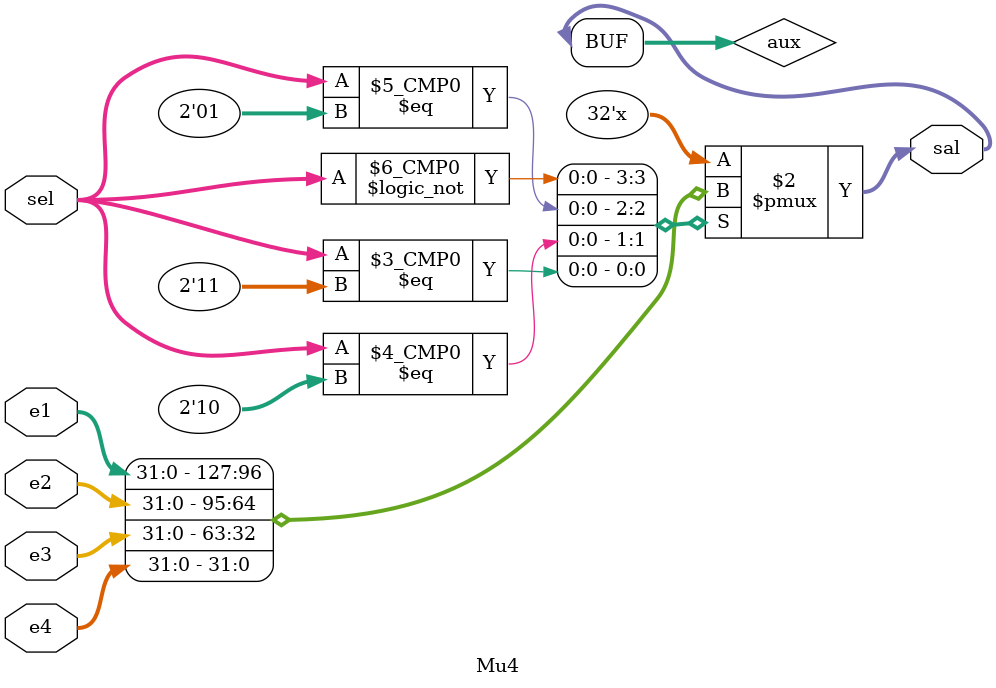
<source format=v>
module Mu4(
    input [31:0] e1,
    input [31:0] e2,
    input [31:0] e3,
    input [31:0] e4,
    input [1:0] sel,
    output [31:0] sal
);
reg [31:0] aux;

always@(*)
    begin
        case(sel)
            2'b00:
                aux = e1;
            2'b01:
                aux = e2;
            2'b10:
                aux = e3;
            2'b11:
                aux = e4;
        endcase
    end
assign sal = aux;

endmodule
</source>
